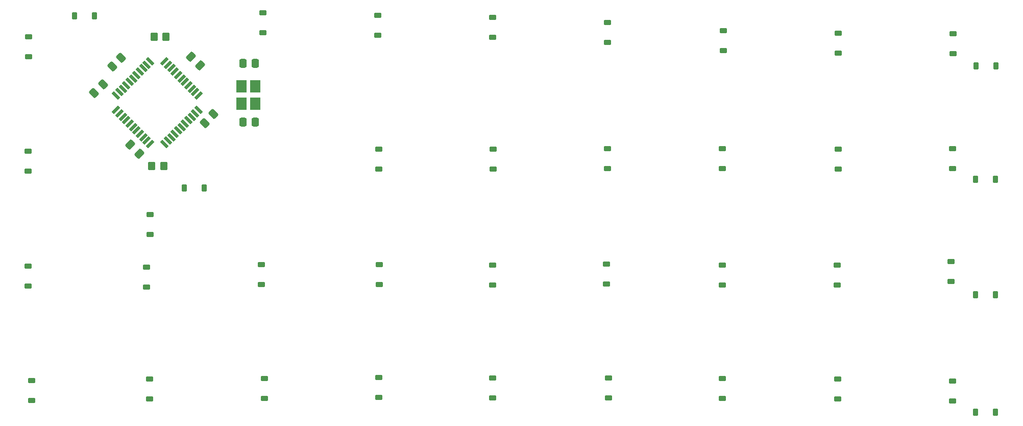
<source format=gbp>
G04 #@! TF.GenerationSoftware,KiCad,Pcbnew,8.0.9-8.0.9-0~ubuntu22.04.1*
G04 #@! TF.CreationDate,2025-05-05T00:51:58+08:00*
G04 #@! TF.ProjectId,macropad,6d616372-6f70-4616-942e-6b696361645f,rev?*
G04 #@! TF.SameCoordinates,Original*
G04 #@! TF.FileFunction,Paste,Bot*
G04 #@! TF.FilePolarity,Positive*
%FSLAX46Y46*%
G04 Gerber Fmt 4.6, Leading zero omitted, Abs format (unit mm)*
G04 Created by KiCad (PCBNEW 8.0.9-8.0.9-0~ubuntu22.04.1) date 2025-05-05 00:51:58*
%MOMM*%
%LPD*%
G01*
G04 APERTURE LIST*
G04 Aperture macros list*
%AMRoundRect*
0 Rectangle with rounded corners*
0 $1 Rounding radius*
0 $2 $3 $4 $5 $6 $7 $8 $9 X,Y pos of 4 corners*
0 Add a 4 corners polygon primitive as box body*
4,1,4,$2,$3,$4,$5,$6,$7,$8,$9,$2,$3,0*
0 Add four circle primitives for the rounded corners*
1,1,$1+$1,$2,$3*
1,1,$1+$1,$4,$5*
1,1,$1+$1,$6,$7*
1,1,$1+$1,$8,$9*
0 Add four rect primitives between the rounded corners*
20,1,$1+$1,$2,$3,$4,$5,0*
20,1,$1+$1,$4,$5,$6,$7,0*
20,1,$1+$1,$6,$7,$8,$9,0*
20,1,$1+$1,$8,$9,$2,$3,0*%
%AMRotRect*
0 Rectangle, with rotation*
0 The origin of the aperture is its center*
0 $1 length*
0 $2 width*
0 $3 Rotation angle, in degrees counterclockwise*
0 Add horizontal line*
21,1,$1,$2,0,0,$3*%
G04 Aperture macros list end*
%ADD10RoundRect,0.225000X0.225000X0.375000X-0.225000X0.375000X-0.225000X-0.375000X0.225000X-0.375000X0*%
%ADD11RoundRect,0.225000X0.375000X-0.225000X0.375000X0.225000X-0.375000X0.225000X-0.375000X-0.225000X0*%
%ADD12RoundRect,0.225000X-0.225000X-0.375000X0.225000X-0.375000X0.225000X0.375000X-0.225000X0.375000X0*%
%ADD13RoundRect,0.250000X-0.097227X0.574524X-0.574524X0.097227X0.097227X-0.574524X0.574524X-0.097227X0*%
%ADD14RoundRect,0.250000X-0.574524X-0.097227X-0.097227X-0.574524X0.574524X0.097227X0.097227X0.574524X0*%
%ADD15RoundRect,0.250000X0.337500X0.475000X-0.337500X0.475000X-0.337500X-0.475000X0.337500X-0.475000X0*%
%ADD16RoundRect,0.250000X0.350000X0.450000X-0.350000X0.450000X-0.350000X-0.450000X0.350000X-0.450000X0*%
%ADD17RoundRect,0.250000X0.574524X0.097227X0.097227X0.574524X-0.574524X-0.097227X-0.097227X-0.574524X0*%
%ADD18RotRect,1.500000X0.550000X315.000000*%
%ADD19RotRect,1.500000X0.550000X225.000000*%
%ADD20RoundRect,0.225000X-0.375000X0.225000X-0.375000X-0.225000X0.375000X-0.225000X0.375000X0.225000X0*%
%ADD21RoundRect,0.250000X0.097227X-0.574524X0.574524X-0.097227X-0.097227X0.574524X-0.574524X0.097227X0*%
%ADD22R,1.800000X2.100000*%
%ADD23RoundRect,0.250000X-0.337500X-0.475000X0.337500X-0.475000X0.337500X0.475000X-0.337500X0.475000X0*%
G04 APERTURE END LIST*
D10*
X99800000Y-89875000D03*
X96500000Y-89875000D03*
D11*
X88800000Y-115600000D03*
X88800000Y-112300000D03*
D12*
X245925000Y-136100000D03*
X249225000Y-136100000D03*
D13*
X101233623Y-101166377D03*
X99766377Y-102633623D03*
D11*
X146800000Y-93075000D03*
X146800000Y-89775000D03*
X108475000Y-134800000D03*
X108475000Y-131500000D03*
X204000000Y-134425000D03*
X204000000Y-131125000D03*
D12*
X245975000Y-155550000D03*
X249275000Y-155550000D03*
D11*
X223100000Y-153375000D03*
X223100000Y-150075000D03*
X146975000Y-153100000D03*
X146975000Y-149800000D03*
X203925000Y-153250000D03*
X203925000Y-149950000D03*
X222975000Y-134425000D03*
X222975000Y-131125000D03*
X165900000Y-134450000D03*
X165900000Y-131150000D03*
X146975000Y-115250000D03*
X146975000Y-111950000D03*
D14*
X115866377Y-96616377D03*
X117333623Y-98083623D03*
D12*
X246025000Y-98150000D03*
X249325000Y-98150000D03*
D15*
X126497500Y-107440000D03*
X124422500Y-107440000D03*
D11*
X165900000Y-153200000D03*
X165900000Y-149900000D03*
X88800000Y-134600000D03*
X88800000Y-131300000D03*
X242125000Y-115200000D03*
X242125000Y-111900000D03*
X165950000Y-115275000D03*
X165950000Y-111975000D03*
D16*
X111300000Y-114750000D03*
X109300000Y-114750000D03*
D11*
X184925000Y-115150000D03*
X184925000Y-111850000D03*
D17*
X107233623Y-112683623D03*
X105766377Y-111216377D03*
D11*
X127500000Y-134400000D03*
X127500000Y-131100000D03*
X242250000Y-96100000D03*
X242250000Y-92800000D03*
X185075000Y-153175000D03*
X185075000Y-149875000D03*
D18*
X103391064Y-103047918D03*
X103956750Y-102482233D03*
X104522435Y-101916548D03*
X105088120Y-101350862D03*
X105653806Y-100785177D03*
X106219491Y-100219491D03*
X106785177Y-99653806D03*
X107350862Y-99088120D03*
X107916548Y-98522435D03*
X108482233Y-97956750D03*
X109047918Y-97391064D03*
D19*
X111452082Y-97391064D03*
X112017767Y-97956750D03*
X112583452Y-98522435D03*
X113149138Y-99088120D03*
X113714823Y-99653806D03*
X114280509Y-100219491D03*
X114846194Y-100785177D03*
X115411880Y-101350862D03*
X115977565Y-101916548D03*
X116543250Y-102482233D03*
X117108936Y-103047918D03*
D18*
X117108936Y-105452082D03*
X116543250Y-106017767D03*
X115977565Y-106583452D03*
X115411880Y-107149138D03*
X114846194Y-107714823D03*
X114280509Y-108280509D03*
X113714823Y-108846194D03*
X113149138Y-109411880D03*
X112583452Y-109977565D03*
X112017767Y-110543250D03*
X111452082Y-111108936D03*
D19*
X109047918Y-111108936D03*
X108482233Y-110543250D03*
X107916548Y-109977565D03*
X107350862Y-109411880D03*
X106785177Y-108846194D03*
X106219491Y-108280509D03*
X105653806Y-107714823D03*
X105088120Y-107149138D03*
X104522435Y-106583452D03*
X103956750Y-106017767D03*
X103391064Y-105452082D03*
D12*
X246000000Y-116925000D03*
X249300000Y-116925000D03*
D11*
X89375000Y-153600000D03*
X89375000Y-150300000D03*
X88925000Y-96600000D03*
X88925000Y-93300000D03*
D13*
X104233623Y-96766377D03*
X102766377Y-98233623D03*
D11*
X223200000Y-115275000D03*
X223200000Y-111975000D03*
X184925000Y-94250000D03*
X184925000Y-90950000D03*
X109075000Y-126075000D03*
X109075000Y-122775000D03*
X223150000Y-96050000D03*
X223150000Y-92750000D03*
X204125000Y-95600000D03*
X204125000Y-92300000D03*
X184750000Y-134325000D03*
X184750000Y-131025000D03*
X241900000Y-133875000D03*
X241900000Y-130575000D03*
X147025000Y-134400000D03*
X147025000Y-131100000D03*
D12*
X114750000Y-118400000D03*
X118050000Y-118400000D03*
D11*
X127975000Y-153275000D03*
X127975000Y-149975000D03*
X242125000Y-153650000D03*
X242125000Y-150350000D03*
D20*
X127775000Y-89300000D03*
X127775000Y-92600000D03*
D16*
X111700000Y-93350000D03*
X109700000Y-93350000D03*
D11*
X108925000Y-153325000D03*
X108925000Y-150025000D03*
D21*
X118116377Y-107583623D03*
X119583623Y-106116377D03*
D11*
X203975000Y-115150000D03*
X203975000Y-111850000D03*
D22*
X124210000Y-104440000D03*
X124210000Y-101540000D03*
X126510000Y-101540000D03*
X126510000Y-104440000D03*
D11*
X165900000Y-93400000D03*
X165900000Y-90100000D03*
D23*
X124460000Y-97690000D03*
X126535000Y-97690000D03*
M02*

</source>
